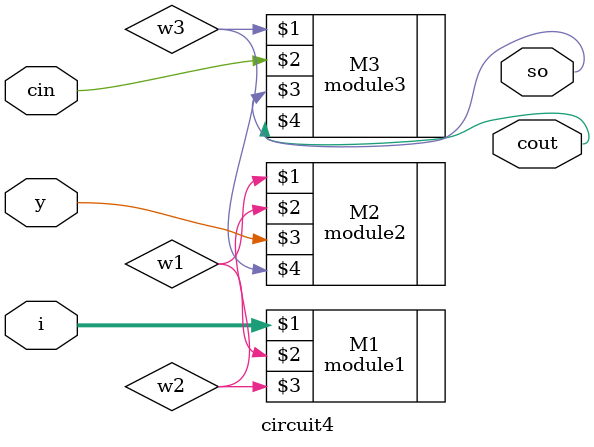
<source format=v>
module circuit4(input wire [3:0] i, input wire y, cin, output wire so, cout);
    wire w1, w2, w3;

    module1 M1(i, w1, w2);
    module2 M2(w1, w2, y, w3);
    module3 M3(w3, cin, so, cout);
endmodule
</source>
